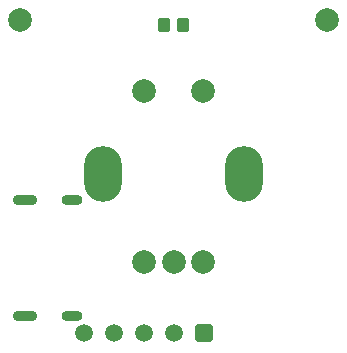
<source format=gbr>
%TF.GenerationSoftware,Altium Limited,Altium Designer,20.1.8 (145)*%
G04 Layer_Color=417716*
%FSLAX44Y44*%
%MOMM*%
%TF.SameCoordinates,BF84AABB-580B-4B44-99C5-09E2CFC6D698*%
%TF.FilePolarity,Negative*%
%TF.FileFunction,Soldermask,Bot*%
%TF.Part,Single*%
G01*
G75*
%TA.AperFunction,ComponentPad*%
%ADD30O,1.8000X0.9000*%
%ADD31O,2.1000X0.9000*%
%TA.AperFunction,WasherPad*%
%ADD37C,2.0000*%
%TA.AperFunction,SMDPad,CuDef*%
G04:AMPARAMS|DCode=44|XSize=1.1532mm|YSize=1.0032mm|CornerRadius=0.1056mm|HoleSize=0mm|Usage=FLASHONLY|Rotation=90.000|XOffset=0mm|YOffset=0mm|HoleType=Round|Shape=RoundedRectangle|*
%AMROUNDEDRECTD44*
21,1,1.1532,0.7920,0,0,90.0*
21,1,0.9420,1.0032,0,0,90.0*
1,1,0.2112,0.3960,0.4710*
1,1,0.2112,0.3960,-0.4710*
1,1,0.2112,-0.3960,-0.4710*
1,1,0.2112,-0.3960,0.4710*
%
%ADD44ROUNDEDRECTD44*%
%TA.AperFunction,ComponentPad*%
%ADD45C,2.0032*%
%ADD46O,3.2032X4.7032*%
G04:AMPARAMS|DCode=47|XSize=3.2032mm|YSize=4.7032mm|CornerRadius=1.6016mm|HoleSize=0mm|Usage=FLASHONLY|Rotation=180.000|XOffset=0mm|YOffset=0mm|HoleType=Round|Shape=RoundedRectangle|*
%AMROUNDEDRECTD47*
21,1,3.2032,1.5000,0,0,180.0*
21,1,0.0000,4.7032,0,0,180.0*
1,1,3.2032,0.0000,0.7500*
1,1,3.2032,0.0000,0.7500*
1,1,3.2032,0.0000,-0.7500*
1,1,3.2032,0.0000,-0.7500*
%
%ADD47ROUNDEDRECTD47*%
G04:AMPARAMS|DCode=48|XSize=1.5032mm|YSize=1.5032mm|CornerRadius=0.7516mm|HoleSize=0mm|Usage=FLASHONLY|Rotation=180.000|XOffset=0mm|YOffset=0mm|HoleType=Round|Shape=RoundedRectangle|*
%AMROUNDEDRECTD48*
21,1,1.5032,0.0000,0,0,180.0*
21,1,0.0000,1.5032,0,0,180.0*
1,1,1.5032,0.0000,0.0000*
1,1,1.5032,0.0000,0.0000*
1,1,1.5032,0.0000,0.0000*
1,1,1.5032,0.0000,0.0000*
%
%ADD48ROUNDEDRECTD48*%
G04:AMPARAMS|DCode=49|XSize=1.5032mm|YSize=1.5032mm|CornerRadius=0.1666mm|HoleSize=0mm|Usage=FLASHONLY|Rotation=180.000|XOffset=0mm|YOffset=0mm|HoleType=Round|Shape=RoundedRectangle|*
%AMROUNDEDRECTD49*
21,1,1.5032,1.1700,0,0,180.0*
21,1,1.1700,1.5032,0,0,180.0*
1,1,0.3332,-0.5850,0.5850*
1,1,0.3332,0.5850,0.5850*
1,1,0.3332,0.5850,-0.5850*
1,1,0.3332,-0.5850,-0.5850*
%
%ADD49ROUNDEDRECTD49*%
D30*
X9913780Y9879000D02*
D03*
Y9978000D02*
D03*
D31*
X9873780D02*
D03*
Y9879000D02*
D03*
D37*
X9870000Y10130000D02*
D03*
X10130000D02*
D03*
D44*
X10008250Y10126148D02*
D03*
X9991750D02*
D03*
D45*
X10025000Y9925000D02*
D03*
X9975000D02*
D03*
X10000000D02*
D03*
X10025000Y10070000D02*
D03*
X9975000D02*
D03*
D46*
X9940000Y10000000D02*
D03*
D47*
X10060000D02*
D03*
D48*
X9923800Y9864742D02*
D03*
X9949200D02*
D03*
X9974600D02*
D03*
X10000000D02*
D03*
D49*
X10025400D02*
D03*
%TF.MD5,6be0cc9a1b4742ec42159a10bc10f510*%
M02*

</source>
